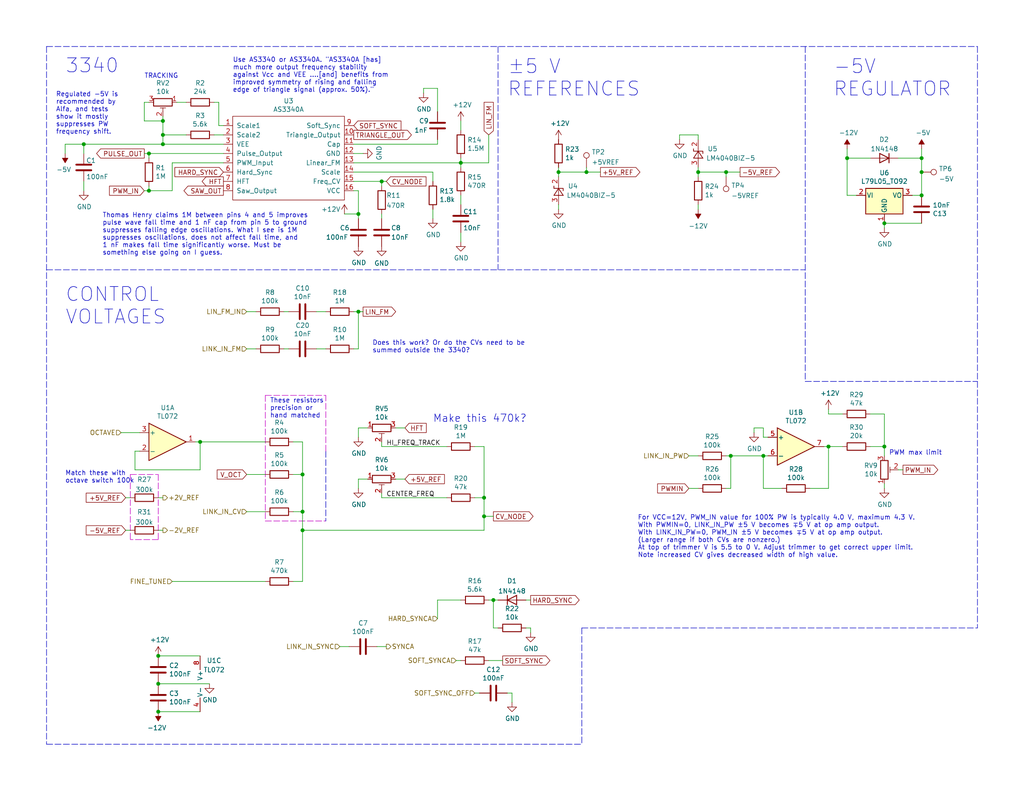
<source format=kicad_sch>
(kicad_sch (version 20211123) (generator eeschema)
  (paper "USLetter")
  (title_block (title "Sidekick VCO") (date "2022-01-30") (company "Rich Holmes / Analog Output") (comment 1 "or neighboring rights to this work. Published from United States.") (comment 2 "To the extent possible under law, Richard Holmes has waived all copyright and related ") (comment 3 "Partly based on designs by Kassutronics, Thomas Henry, and LMNC"))
  (lib_symbols
    (symbol "Regulator_Linear:L79L05_TO92" (pin_names (offset 0.254))
      (property "Reference" "U" (at -3.81 -3.175 0))
      (property "Value" "L79L05_TO92" (at 0 -3.175 0))
      (symbol "L79L05_TO92_0_1"
        (rectangle (start -5.08 5.08) (end 5.08 -1.905) (stroke (width 0.254)) (fill (type background)))
      )
      (symbol "L79L05_TO92_1_1"
        (pin power_in line (at 0 7.62 270) (length 2.54) (name "GND") (number "1"))
        (pin power_in line (at -7.62 0 0) (length 2.54) (name "VI") (number "2"))
        (pin power_out line (at 7.62 0 180) (length 2.54) (name "VO") (number "3"))
      )
    )
    (symbol "ao_symbols:1N4148" (pin_numbers hide) (pin_names (offset 1.016) hide)
      (property "Reference" "D" (at 0 2.54 0))
      (property "Value" "1N4148" (at 0 -2.54 0))
      (symbol "1N4148_0_1"
        (polyline (pts (xy -1.27 1.27) (xy -1.27 -1.27)) (stroke (width 0.254)))
        (polyline (pts (xy 1.27 0) (xy -1.27 0)))
        (polyline (pts (xy 1.27 1.27) (xy 1.27 -1.27) (xy -1.27 0) (xy 1.27 1.27)) (stroke (width 0.254)))
      )
      (symbol "1N4148_1_1"
        (pin passive line (at -3.81 0 0) (length 2.54) (name "K") (number "1"))
        (pin passive line (at 3.81 0 180) (length 2.54) (name "A") (number "2"))
      )
    )
    (symbol "ao_symbols:AS3340" (pin_names (offset 1.016))
      (property "Reference" "U" (at 0 15.24 0))
      (property "Value" "AS3340" (at 0 12.7 0))
      (symbol "AS3340_0_1"
        (rectangle (start -15.24 11.43) (end 15.24 -11.43))
      )
      (symbol "AS3340_1_1"
        (pin passive line (at -17.78 8.89 0) (length 2.54) (name "Scale1") (number "1"))
        (pin output line (at 17.78 6.35 180) (length 2.54) (name "Triangle_Output") (number "10"))
        (pin passive line (at 17.78 3.81 180) (length 2.54) (name "Cap") (number "11"))
        (pin power_in line (at 17.78 1.27 180) (length 2.54) (name "GND") (number "12"))
        (pin input line (at 17.78 -1.27 180) (length 2.54) (name "Linear_FM") (number "13"))
        (pin passive line (at 17.78 -3.81 180) (length 2.54) (name "Scale") (number "14"))
        (pin input line (at 17.78 -6.35 180) (length 2.54) (name "Freq_CV") (number "15"))
        (pin power_in line (at 17.78 -8.89 180) (length 2.54) (name "VCC") (number "16"))
        (pin passive line (at -17.78 6.35 0) (length 2.54) (name "Scale2") (number "2"))
        (pin power_in line (at -17.78 3.81 0) (length 2.54) (name "VEE") (number "3"))
        (pin output line (at -17.78 1.27 0) (length 2.54) (name "Pulse_Output") (number "4"))
        (pin input line (at -17.78 -1.27 0) (length 2.54) (name "PWM_Input") (number "5"))
        (pin input line (at -17.78 -3.81 0) (length 2.54) (name "Hard_Sync") (number "6"))
        (pin input line (at -17.78 -6.35 0) (length 2.54) (name "HFT") (number "7"))
        (pin output line (at -17.78 -8.89 0) (length 2.54) (name "Saw_Output") (number "8"))
        (pin input line (at 17.78 8.89 180) (length 2.54) (name "Soft_Sync") (number "9"))
      )
    )
    (symbol "ao_symbols:C" (pin_numbers hide) (pin_names (offset 0.254))
      (property "Reference" "C" (at 0.635 2.54 0))
      (property "Value" "C" (at 0.635 -2.54 0))
      (symbol "C_0_1"
        (polyline (pts (xy -2.032 -0.762) (xy 2.032 -0.762)) (stroke (width 0.508)))
        (polyline (pts (xy -2.032 0.762) (xy 2.032 0.762)) (stroke (width 0.508)))
      )
      (symbol "C_1_1"
        (pin passive line (at 0 3.81 270) (length 2.794) (name "~") (number "1"))
        (pin passive line (at 0 -3.81 90) (length 2.794) (name "~") (number "2"))
      )
    )
    (symbol "ao_symbols:LM4040LP-5" (pin_names (offset 0.0254) hide)
      (property "Reference" "U" (at 0 2.54 0))
      (property "Value" "LM4040LP-5" (at 0 -3.175 0))
      (symbol "LM4040LP-5_0_1"
        (polyline (pts (xy -1.27 0) (xy 0 0) (xy 1.27 0)))
        (polyline (pts (xy -1.27 -1.27) (xy 0.635 0) (xy -1.27 1.27) (xy -1.27 -1.27)) (stroke (width 0.2032)))
        (polyline (pts (xy 0 -1.27) (xy 0.635 -1.27) (xy 0.635 1.27) (xy 1.27 1.27)) (stroke (width 0.2032)))
      )
      (symbol "LM4040LP-5_1_1"
        (pin passive line (at 3.81 0 180) (length 2.54) (name "K") (number "2"))
        (pin passive line (at -3.81 0 0) (length 2.54) (name "A") (number "3"))
      )
    )
    (symbol "ao_symbols:R" (pin_numbers hide) (pin_names (offset 0))
      (property "Reference" "R" (at 2.032 0 90))
      (property "Value" "R" (at 0 0 90))
      (symbol "R_0_1"
        (rectangle (start -1.016 -2.54) (end 1.016 2.54) (stroke (width 0.254)))
      )
      (symbol "R_1_1"
        (pin passive line (at 0 3.81 270) (length 1.27) (name "~") (number "1"))
        (pin passive line (at 0 -3.81 90) (length 1.27) (name "~") (number "2"))
      )
    )
    (symbol "ao_symbols:R_POT_TRIM_3296W" (pin_names (offset 1.016) hide)
      (property "Reference" "RV" (at -4.445 0 90))
      (property "Value" "R_POT_TRIM_3296W" (at -2.54 0 90))
      (symbol "R_POT_TRIM_3296W_0_1"
        (polyline (pts (xy 1.524 0.762) (xy 1.524 -0.762)))
        (polyline (pts (xy 2.54 0) (xy 1.524 0)))
        (rectangle (start 1.016 2.54) (end -1.016 -2.54) (stroke (width 0.254)))
      )
      (symbol "R_POT_TRIM_3296W_1_1"
        (pin passive line (at 0 3.81 270) (length 1.27) (name "1") (number "1"))
        (pin passive line (at 3.81 0 180) (length 1.27) (name "2") (number "2"))
        (pin passive line (at 0 -3.81 90) (length 1.27) (name "3") (number "3"))
      )
    )
    (symbol "ao_symbols:TL072" (pin_names (offset 0.127))
      (property "Reference" "U" (at 0 5.08 0))
      (property "Value" "TL072" (at 0 -5.08 0))
      (symbol "TL072_1_1"
        (polyline (pts (xy -5.08 5.08) (xy 5.08 0) (xy -5.08 -5.08) (xy -5.08 5.08)) (stroke (width 0.254)) (fill (type background)))
        (pin output line (at 7.62 0 180) (length 2.54) (name "~") (number "1"))
        (pin input line (at -7.62 -2.54 0) (length 2.54) (name "-") (number "2"))
        (pin input line (at -7.62 2.54 0) (length 2.54) (name "+") (number "3"))
      )
      (symbol "TL072_2_1"
        (polyline (pts (xy -5.08 5.08) (xy 5.08 0) (xy -5.08 -5.08) (xy -5.08 5.08)) (stroke (width 0.254)) (fill (type background)))
        (pin input line (at -7.62 2.54 0) (length 2.54) (name "+") (number "5"))
        (pin input line (at -7.62 -2.54 0) (length 2.54) (name "-") (number "6"))
        (pin output line (at 7.62 0 180) (length 2.54) (name "~") (number "7"))
      )
      (symbol "TL072_3_1"
        (pin power_in line (at -2.54 -7.62 90) (length 3.81) (name "V-") (number "4"))
        (pin power_in line (at -2.54 7.62 270) (length 3.81) (name "V+") (number "8"))
      )
    )
    (symbol "ao_symbols:TestPoint" (pin_numbers hide) (pin_names (offset 0.762) hide) (in_bom no)
      (property "Reference" "TP" (at 0 6.858 0))
      (property "Value" "TestPoint" (at 0 5.08 0))
      (symbol "TestPoint_0_1"
        (circle (center 0 3.302) (radius 0.762))
      )
      (symbol "TestPoint_1_1"
        (pin passive line (at 0 0 90) (length 2.54) (name "1") (number "1"))
      )
    )
    (symbol "power:+12V" (power) (pin_names (offset 0))
      (property "Value" "+12V" (at 0 3.556 0))
      (symbol "+12V_0_1"
        (polyline (pts (xy -0.762 1.27) (xy 0 2.54)))
        (polyline (pts (xy 0 0) (xy 0 2.54)))
        (polyline (pts (xy 0 2.54) (xy 0.762 1.27)))
      )
      (symbol "+12V_1_1"
        (pin power_in line (at 0 0 90) (length 0) hide (name "+12V") (number "1"))
      )
    )
    (symbol "power:-12V" (power) (pin_names (offset 0))
      (property "Value" "-12V" (at 0 3.81 0))
      (symbol "-12V_0_0"
        (pin power_in line (at 0 0 90) (length 0) hide (name "-12V") (number "1"))
      )
      (symbol "-12V_0_1"
        (polyline (pts (xy 0 0) (xy 0 1.27) (xy 0.762 1.27) (xy 0 2.54) (xy -0.762 1.27) (xy 0 1.27)) (fill (type outline)))
      )
    )
    (symbol "power:-5V" (power) (pin_names (offset 0))
      (property "Value" "-5V" (at 0 3.81 0))
      (symbol "-5V_0_0"
        (pin power_in line (at 0 0 90) (length 0) hide (name "-5V") (number "1"))
      )
      (symbol "-5V_0_1"
        (polyline (pts (xy 0 0) (xy 0 1.27) (xy 0.762 1.27) (xy 0 2.54) (xy -0.762 1.27) (xy 0 1.27)) (fill (type outline)))
      )
    )
    (symbol "power:GND" (power) (pin_names (offset 0))
      (property "Value" "GND" (at 0 -3.81 0))
      (symbol "GND_0_1"
        (polyline (pts (xy 0 0) (xy 0 -1.27) (xy 1.27 -1.27) (xy 0 -2.54) (xy -1.27 -1.27) (xy 0 -1.27)))
      )
      (symbol "GND_1_1"
        (pin power_in line (at 0 0 270) (length 0) hide (name "GND") (number "1"))
      )
    )
  )
  (junction (at 54.61 120.65))
  (junction (at 231.14 43.18))
  (junction (at 251.46 46.99))
  (junction (at 97.79 85.09))
  (junction (at 134.62 163.83))
  (junction (at 198.12 46.99))
  (junction (at 97.79 58.42))
  (junction (at 152.4 46.99))
  (junction (at 241.3 121.92))
  (junction (at 40.64 52.07))
  (junction (at 251.46 53.34))
  (junction (at 44.45 39.37))
  (junction (at 43.18 194.31))
  (junction (at 132.08 135.89))
  (junction (at 43.18 186.69))
  (junction (at 199.39 124.46))
  (junction (at 22.86 39.37))
  (junction (at 44.45 36.83))
  (junction (at 44.45 33.02))
  (junction (at 104.14 49.53))
  (junction (at 190.5 46.99))
  (junction (at 125.73 44.45))
  (junction (at 82.55 139.7))
  (junction (at 82.55 144.78))
  (junction (at 226.06 121.92))
  (junction (at 40.64 41.91))
  (junction (at 132.08 140.97))
  (junction (at 82.55 129.54))
  (junction (at 208.28 124.46))
  (junction (at 43.18 179.07))
  (junction (at 251.46 43.18))
  (junction (at 160.02 46.99))
  (junction (at 241.3 60.96))
  (wire (pts (xy 60.96 41.91) (xy 40.64 41.91)))
  (polyline (pts (xy 35.56 129.54) (xy 43.18 129.54)) (stroke (width 0) (color 194 0 194 1)))
  (wire (pts (xy 241.3 132.08) (xy 241.3 133.35)))
  (wire (pts (xy 80.01 139.7) (xy 82.55 139.7)))
  (wire (pts (xy 105.41 49.53) (xy 104.14 49.53)))
  (wire (pts (xy 33.02 118.11) (xy 38.1 118.11)))
  (wire (pts (xy 231.14 43.18) (xy 237.49 43.18)))
  (wire (pts (xy 144.78 163.83) (xy 143.51 163.83)))
  (wire (pts (xy 86.36 95.25) (xy 88.9 95.25)))
  (wire (pts (xy 132.08 121.92) (xy 129.54 121.92)))
  (wire (pts (xy 152.4 55.88) (xy 152.4 57.15)))
  (wire (pts (xy 58.42 36.83) (xy 60.96 36.83)))
  (wire (pts (xy 82.55 144.78) (xy 82.55 158.75)))
  (wire (pts (xy 96.52 46.99) (xy 118.11 46.99)))
  (wire (pts (xy 160.02 46.99) (xy 163.83 46.99)))
  (polyline (pts (xy 88.9 123.19) (xy 88.9 107.95)) (stroke (width 0) (color 194 0 194 1)))
  (wire (pts (xy 198.12 46.99) (xy 201.93 46.99)))
  (wire (pts (xy 205.74 116.84) (xy 205.74 118.11)))
  (wire (pts (xy 137.16 180.34) (xy 133.35 180.34)))
  (wire (pts (xy 226.06 113.03) (xy 229.87 113.03)))
  (wire (pts (xy 115.57 24.13) (xy 115.57 25.4)))
  (wire (pts (xy 36.83 128.27) (xy 54.61 128.27)))
  (wire (pts (xy 46.99 158.75) (xy 72.39 158.75)))
  (wire (pts (xy 198.12 133.35) (xy 199.39 133.35)))
  (wire (pts (xy 251.46 40.64) (xy 251.46 43.18)))
  (wire (pts (xy 135.89 171.45) (xy 134.62 171.45)))
  (wire (pts (xy 119.38 30.48) (xy 119.38 24.13)))
  (wire (pts (xy 57.15 186.69) (xy 43.18 186.69)))
  (wire (pts (xy 77.47 85.09) (xy 78.74 85.09)))
  (wire (pts (xy 118.11 59.69) (xy 118.11 57.15)))
  (wire (pts (xy 96.52 95.25) (xy 97.79 95.25)))
  (wire (pts (xy 82.55 120.65) (xy 82.55 129.54)))
  (wire (pts (xy 132.08 140.97) (xy 132.08 135.89)))
  (wire (pts (xy 125.73 63.5) (xy 125.73 66.04)))
  (wire (pts (xy 39.37 33.02) (xy 44.45 33.02)))
  (wire (pts (xy 80.01 129.54) (xy 82.55 129.54)))
  (wire (pts (xy 40.64 27.94) (xy 39.37 27.94)))
  (wire (pts (xy 190.5 36.83) (xy 185.42 36.83)))
  (wire (pts (xy 97.79 116.84) (xy 97.79 119.38)))
  (wire (pts (xy 44.45 36.83) (xy 50.8 36.83)))
  (wire (pts (xy 133.35 36.83) (xy 133.35 44.45)))
  (wire (pts (xy 97.79 52.07) (xy 97.79 58.42)))
  (wire (pts (xy 152.4 46.99) (xy 152.4 45.72)))
  (wire (pts (xy 40.64 50.8) (xy 40.64 52.07)))
  (polyline (pts (xy 43.18 147.32) (xy 35.56 147.32)) (stroke (width 0) (color 194 0 194 1)))
  (wire (pts (xy 245.11 128.27) (xy 246.38 128.27)))
  (wire (pts (xy 40.64 52.07) (xy 46.99 52.07)))
  (wire (pts (xy 54.61 179.07) (xy 43.18 179.07)))
  (wire (pts (xy 187.96 133.35) (xy 190.5 133.35)))
  (wire (pts (xy 39.37 27.94) (xy 39.37 33.02)))
  (polyline (pts (xy 72.39 107.95) (xy 88.9 107.95)) (stroke (width 0) (color 194 0 194 1)))
  (wire (pts (xy 226.06 121.92) (xy 224.79 121.92)))
  (wire (pts (xy 139.7 189.23) (xy 138.43 189.23)))
  (wire (pts (xy 43.18 144.78) (xy 44.45 144.78)))
  (wire (pts (xy 104.14 134.62) (xy 104.14 135.89)))
  (wire (pts (xy 185.42 36.83) (xy 185.42 38.1)))
  (wire (pts (xy 125.73 44.45) (xy 125.73 45.72)))
  (wire (pts (xy 190.5 46.99) (xy 190.5 45.72)))
  (wire (pts (xy 82.55 139.7) (xy 82.55 144.78)))
  (wire (pts (xy 125.73 53.34) (xy 125.73 55.88)))
  (wire (pts (xy 245.11 43.18) (xy 251.46 43.18)))
  (wire (pts (xy 144.78 172.72) (xy 144.78 171.45)))
  (wire (pts (xy 102.87 176.53) (xy 105.41 176.53)))
  (polyline (pts (xy 12.7 12.7) (xy 266.7 12.7)))
  (wire (pts (xy 67.31 129.54) (xy 72.39 129.54)))
  (wire (pts (xy 59.69 34.29) (xy 60.96 34.29)))
  (wire (pts (xy 82.55 144.78) (xy 132.08 144.78)))
  (wire (pts (xy 237.49 113.03) (xy 241.3 113.03)))
  (polyline (pts (xy 135.89 12.7) (xy 135.89 73.66)))
  (wire (pts (xy 152.4 46.99) (xy 152.4 48.26)))
  (wire (pts (xy 110.49 130.81) (xy 107.95 130.81)))
  (wire (pts (xy 67.31 95.25) (xy 69.85 95.25)))
  (polyline (pts (xy 72.39 107.95) (xy 72.39 142.24)) (stroke (width 0) (color 194 0 194 1)))
  (wire (pts (xy 39.37 52.07) (xy 40.64 52.07)))
  (wire (pts (xy 53.34 120.65) (xy 54.61 120.65)))
  (wire (pts (xy 190.5 38.1) (xy 190.5 36.83)))
  (wire (pts (xy 226.06 121.92) (xy 229.87 121.92)))
  (wire (pts (xy 34.29 135.89) (xy 35.56 135.89)))
  (wire (pts (xy 58.42 27.94) (xy 59.69 27.94)))
  (wire (pts (xy 231.14 40.64) (xy 231.14 43.18)))
  (wire (pts (xy 104.14 121.92) (xy 121.92 121.92)))
  (wire (pts (xy 96.52 85.09) (xy 97.79 85.09)))
  (wire (pts (xy 67.31 139.7) (xy 72.39 139.7)))
  (wire (pts (xy 132.08 144.78) (xy 132.08 140.97)))
  (wire (pts (xy 44.45 33.02) (xy 44.45 36.83)))
  (wire (pts (xy 34.29 144.78) (xy 35.56 144.78)))
  (polyline (pts (xy 266.7 12.7) (xy 266.7 171.45)))
  (wire (pts (xy 22.86 39.37) (xy 44.45 39.37)))
  (wire (pts (xy 237.49 121.92) (xy 241.3 121.92)))
  (wire (pts (xy 22.86 52.07) (xy 22.86 49.53)))
  (wire (pts (xy 80.01 120.65) (xy 82.55 120.65)))
  (wire (pts (xy 97.79 130.81) (xy 97.79 133.35)))
  (wire (pts (xy 190.5 46.99) (xy 190.5 48.26)))
  (wire (pts (xy 96.52 52.07) (xy 97.79 52.07)))
  (wire (pts (xy 96.52 44.45) (xy 125.73 44.45)))
  (wire (pts (xy 129.54 189.23) (xy 130.81 189.23)))
  (wire (pts (xy 160.02 45.72) (xy 160.02 46.99)))
  (wire (pts (xy 135.89 163.83) (xy 134.62 163.83)))
  (wire (pts (xy 44.45 39.37) (xy 44.45 36.83)))
  (wire (pts (xy 220.98 133.35) (xy 226.06 133.35)))
  (wire (pts (xy 190.5 46.99) (xy 198.12 46.99)))
  (wire (pts (xy 125.73 180.34) (xy 124.46 180.34)))
  (wire (pts (xy 22.86 39.37) (xy 22.86 41.91)))
  (polyline (pts (xy 72.39 142.24) (xy 88.9 142.24)) (stroke (width 0) (color 194 0 194 1)))
  (wire (pts (xy 125.73 33.02) (xy 125.73 35.56)))
  (wire (pts (xy 152.4 46.99) (xy 160.02 46.99)))
  (polyline (pts (xy 12.7 203.2) (xy 158.75 203.2)))
  (wire (pts (xy 231.14 43.18) (xy 231.14 53.34)))
  (wire (pts (xy 100.33 116.84) (xy 97.79 116.84)))
  (wire (pts (xy 144.78 171.45) (xy 143.51 171.45)))
  (wire (pts (xy 132.08 135.89) (xy 132.08 121.92)))
  (wire (pts (xy 97.79 58.42) (xy 97.79 59.69)))
  (wire (pts (xy 187.96 124.46) (xy 190.5 124.46)))
  (wire (pts (xy 231.14 53.34) (xy 233.68 53.34)))
  (wire (pts (xy 104.14 135.89) (xy 121.92 135.89)))
  (wire (pts (xy 44.45 31.75) (xy 44.45 33.02)))
  (wire (pts (xy 208.28 133.35) (xy 213.36 133.35)))
  (wire (pts (xy 119.38 24.13) (xy 115.57 24.13)))
  (wire (pts (xy 50.8 27.94) (xy 48.26 27.94)))
  (wire (pts (xy 251.46 46.99) (xy 251.46 53.34)))
  (wire (pts (xy 241.3 113.03) (xy 241.3 121.92)))
  (wire (pts (xy 99.06 41.91) (xy 96.52 41.91)))
  (wire (pts (xy 199.39 124.46) (xy 199.39 133.35)))
  (wire (pts (xy 119.38 163.83) (xy 119.38 168.91)))
  (wire (pts (xy 208.28 124.46) (xy 208.28 133.35)))
  (wire (pts (xy 226.06 111.76) (xy 226.06 113.03)))
  (wire (pts (xy 208.28 119.38) (xy 209.55 119.38)))
  (wire (pts (xy 241.3 121.92) (xy 241.3 124.46)))
  (wire (pts (xy 77.47 95.25) (xy 78.74 95.25)))
  (wire (pts (xy 104.14 120.65) (xy 104.14 121.92)))
  (wire (pts (xy 198.12 124.46) (xy 199.39 124.46)))
  (wire (pts (xy 209.55 124.46) (xy 208.28 124.46)))
  (wire (pts (xy 17.78 41.91) (xy 17.78 39.37)))
  (polyline (pts (xy 219.71 104.14) (xy 266.7 104.14)))
  (wire (pts (xy 96.52 39.37) (xy 119.38 39.37)))
  (wire (pts (xy 251.46 53.34) (xy 248.92 53.34)))
  (wire (pts (xy 46.99 44.45) (xy 60.96 44.45)))
  (wire (pts (xy 39.37 41.91) (xy 40.64 41.91)))
  (wire (pts (xy 54.61 128.27) (xy 54.61 120.65)))
  (wire (pts (xy 40.64 41.91) (xy 40.64 43.18)))
  (wire (pts (xy 93.98 58.42) (xy 97.79 58.42)))
  (wire (pts (xy 134.62 163.83) (xy 133.35 163.83)))
  (wire (pts (xy 54.61 194.31) (xy 43.18 194.31)))
  (wire (pts (xy 59.69 27.94) (xy 59.69 34.29)))
  (wire (pts (xy 139.7 191.77) (xy 139.7 189.23)))
  (wire (pts (xy 208.28 116.84) (xy 208.28 119.38)))
  (wire (pts (xy 198.12 48.26) (xy 198.12 46.99)))
  (wire (pts (xy 43.18 135.89) (xy 44.45 135.89)))
  (polyline (pts (xy 43.18 129.54) (xy 43.18 147.32)) (stroke (width 0) (color 194 0 194 1)))
  (wire (pts (xy 132.08 140.97) (xy 134.62 140.97)))
  (wire (pts (xy 251.46 60.96) (xy 241.3 60.96)))
  (wire (pts (xy 82.55 129.54) (xy 82.55 139.7)))
  (wire (pts (xy 134.62 171.45) (xy 134.62 163.83)))
  (wire (pts (xy 208.28 116.84) (xy 205.74 116.84)))
  (wire (pts (xy 125.73 44.45) (xy 133.35 44.45)))
  (wire (pts (xy 104.14 50.8) (xy 104.14 49.53)))
  (polyline (pts (xy 158.75 171.45) (xy 266.7 171.45)))
  (polyline (pts (xy 88.9 123.19) (xy 88.9 142.24)))
  (polyline (pts (xy 12.7 12.7) (xy 12.7 203.2)))
  (wire (pts (xy 226.06 133.35) (xy 226.06 121.92)))
  (wire (pts (xy 22.86 39.37) (xy 17.78 39.37)))
  (wire (pts (xy 86.36 85.09) (xy 88.9 85.09)))
  (wire (pts (xy 110.49 116.84) (xy 107.95 116.84)))
  (wire (pts (xy 97.79 95.25) (xy 97.79 85.09)))
  (wire (pts (xy 118.11 46.99) (xy 118.11 49.53)))
  (wire (pts (xy 129.54 135.89) (xy 132.08 135.89)))
  (wire (pts (xy 69.85 85.09) (xy 67.31 85.09)))
  (wire (pts (xy 104.14 58.42) (xy 104.14 59.69)))
  (wire (pts (xy 46.99 52.07) (xy 46.99 44.45)))
  (polyline (pts (xy 158.75 171.45) (xy 158.75 203.2)))
  (wire (pts (xy 190.5 55.88) (xy 190.5 57.15)))
  (wire (pts (xy 241.3 62.23) (xy 241.3 60.96)))
  (wire (pts (xy 119.38 38.1) (xy 119.38 39.37)))
  (polyline (pts (xy 35.56 129.54) (xy 35.56 147.32)) (stroke (width 0) (color 194 0 194 1)))
  (wire (pts (xy 96.52 49.53) (xy 104.14 49.53)))
  (wire (pts (xy 54.61 120.65) (xy 72.39 120.65)))
  (wire (pts (xy 60.96 39.37) (xy 44.45 39.37)))
  (wire (pts (xy 100.33 130.81) (xy 97.79 130.81)))
  (wire (pts (xy 125.73 163.83) (xy 119.38 163.83)))
  (wire (pts (xy 80.01 158.75) (xy 82.55 158.75)))
  (polyline (pts (xy 12.7 73.66) (xy 219.71 73.66)))
  (wire (pts (xy 36.83 123.19) (xy 36.83 128.27)))
  (wire (pts (xy 38.1 123.19) (xy 36.83 123.19)))
  (wire (pts (xy 92.71 176.53) (xy 95.25 176.53)))
  (wire (pts (xy 97.79 85.09) (xy 99.06 85.09)))
  (wire (pts (xy 208.28 124.46) (xy 199.39 124.46)))
  (polyline (pts (xy 219.71 12.7) (xy 219.71 104.14)))
  (wire (pts (xy 125.73 43.18) (xy 125.73 44.45)))
  (wire (pts (xy 251.46 43.18) (xy 251.46 46.99)))
  (text "Does this work? Or do the CVs need to be\nsummed outside the 3340?" (at 101.6 96.52 0) (effects (font (size 1.27 1.27)) (justify left bottom)))
  (text "3340" (at 17.78 20.32 0) (effects (font (size 3.81 3.81)) (justify left bottom)))
  (text "±5 V\nREFERENCES" (at 138.43 26.67 0) (effects (font (size 3.81 3.81)) (justify left bottom)))
  (text "TRACKING" (at 39.37 21.59 0) (effects (font (size 1.27 1.27)) (justify left bottom)))
  (text "For VCC=12V, PWM_IN value for 100% PW is typically 4.0 V, maximum 4.3 V.\nWith PWMIN=0, LINK_IN_PW ±5 V becomes ∓5 V at op amp output.\nWith LINK_IN_PW=0, PWM_IN ±5 V becomes ∓5 V at op amp output.\n(Larger range if both CVs are nonzero.)\nAt top of trimmer V is 5.5 to 0 V. Adjust trimmer to get correct upper limit.\nNote increased CV gives decreased width of high value.\n" (at 173.99 152.4 0) (effects (font (size 1.27 1.27)) (justify left bottom)))
  (text "Use AS3340 or AS3340A. \"AS3340A [has] \nmuch more output frequency stability \nagainst Vcc and VEE ....[and] benefits from \nimproved symmetry of rising and falling \nedge of triangle signal (approx. 50%).\"" (at 63.5 25.4 0) (effects (font (size 1.27 1.27)) (justify left bottom)))
  (text "-5V\nREGULATOR" (at 227.33 26.67 0) (effects (font (size 3.81 3.81)) (justify left bottom)))
  (text "PWM max limit" (at 242.57 124.46 0) (effects (font (size 1.27 1.27)) (justify left bottom)))
  (text "CONTROL\nVOLTAGES" (at 17.78 88.9 0) (effects (font (size 3.81 3.81)) (justify left bottom)))
  (text "These resistors\nprecision or \nhand matched" (at 73.66 114.3 0) (effects (font (size 1.27 1.27)) (justify left bottom)))
  (text "Thomas Henry claims 1M between pins 4 and 5 improves\npulse wave fall time and 1 nF cap from pin 5 to ground\nsuppresses falling edge oscillations. What I see is 1M\nsuppresses oscillations, does not affect fall time, and\n1 nF makes fall time significantly worse. Must be \nsomething else going on I guess." (at 27.94 69.85 0) (effects (font (size 1.27 1.27)) (justify left bottom)))
  (text "Regulated -5V is\nrecommended by\nAlfa, and tests\nshow it mostly \nsuppresses PW \nfrequency shift." (at 15.24 36.83 0) (effects (font (size 1.27 1.27)) (justify left bottom)))
  (text "Make this 470k?" (at 118.11 115.57 0) (effects (font (size 2.032 2.032)) (justify left bottom)))
  (text "Match these with\noctave switch 100k" (at 17.78 132.08 0) (effects (font (size 1.27 1.27)) (justify left bottom)))
  (label "HI_FREQ_TRACK" (at 105.41 121.92 0))
  (label "CENTER_FREQ" (at 105.41 135.89 0))
  (global_label "LIN_FM" (shape output) (at 99.06 85.09 0) (property "Intersheet References" "${INTERSHEET_REFS}" (effects hide)))
  (global_label "HARD_SYNC" (shape output) (at 144.78 163.83 0) (property "Intersheet References" "${INTERSHEET_REFS}" (effects hide)))
  (global_label "PULSE_OUT" (shape output) (at 39.37 41.91 180) (property "Intersheet References" "${INTERSHEET_REFS}" (effects hide)))
  (global_label "PWM_IN" (shape output) (at 246.38 128.27 0) (property "Intersheet References" "${INTERSHEET_REFS}" (effects hide)))
  (global_label "V_OCT" (shape input) (at 67.31 129.54 180) (property "Intersheet References" "${INTERSHEET_REFS}" (effects hide)))
  (global_label "HFT" (shape output) (at 60.96 49.53 180) (property "Intersheet References" "${INTERSHEET_REFS}" (effects hide)))
  (global_label "CV_NODE" (shape input) (at 105.41 49.53 0) (property "Intersheet References" "${INTERSHEET_REFS}" (effects hide)))
  (global_label "HARD_SYNC" (shape input) (at 60.96 46.99 180) (property "Intersheet References" "${INTERSHEET_REFS}" (effects hide)))
  (global_label "TRIANGLE_OUT" (shape output) (at 96.52 36.83 0) (property "Intersheet References" "${INTERSHEET_REFS}" (effects hide)))
  (global_label "PWM_IN" (shape input) (at 39.37 52.07 180) (property "Intersheet References" "${INTERSHEET_REFS}" (effects hide)))
  (global_label "SOFT_SYNC" (shape input) (at 96.52 34.29 0) (property "Intersheet References" "${INTERSHEET_REFS}" (effects hide)))
  (global_label "+5V_REF" (shape output) (at 163.83 46.99 0) (property "Intersheet References" "${INTERSHEET_REFS}" (effects hide)))
  (global_label "+5V_REF" (shape input) (at 34.29 135.89 180) (property "Intersheet References" "${INTERSHEET_REFS}" (effects hide)))
  (global_label "LIN_FM" (shape input) (at 133.35 36.83 90) (property "Intersheet References" "${INTERSHEET_REFS}" (effects hide)))
  (global_label "+5V_REF" (shape input) (at 110.49 130.81 0) (property "Intersheet References" "${INTERSHEET_REFS}" (effects hide)))
  (global_label "PWMIN" (shape input) (at 187.96 133.35 180) (property "Intersheet References" "${INTERSHEET_REFS}" (effects hide)))
  (global_label "SAW_OUT" (shape output) (at 60.96 52.07 180) (property "Intersheet References" "${INTERSHEET_REFS}" (effects hide)))
  (global_label "CV_NODE" (shape output) (at 134.62 140.97 0) (property "Intersheet References" "${INTERSHEET_REFS}" (effects hide)))
  (global_label "-5V_REF" (shape output) (at 201.93 46.99 0) (property "Intersheet References" "${INTERSHEET_REFS}" (effects hide)))
  (global_label "HFT" (shape input) (at 110.49 116.84 0) (property "Intersheet References" "${INTERSHEET_REFS}" (effects hide)))
  (global_label "SOFT_SYNC" (shape output) (at 137.16 180.34 0) (property "Intersheet References" "${INTERSHEET_REFS}" (effects hide)))
  (global_label "-5V_REF" (shape input) (at 34.29 144.78 180) (property "Intersheet References" "${INTERSHEET_REFS}" (effects hide)))
  (hierarchical_label "FINE_TUNE" (shape input) (at 46.99 158.75 180))
  (hierarchical_label "SOFT_SYNCA" (shape input) (at 124.46 180.34 180))
  (hierarchical_label "-2V_REF" (shape output) (at 44.45 144.78 0))
  (hierarchical_label "SOFT_SYNC_OFF" (shape input) (at 129.54 189.23 180))
  (hierarchical_label "+2V_REF" (shape output) (at 44.45 135.89 0))
  (hierarchical_label "LINK_IN_PW" (shape input) (at 187.96 124.46 180))
  (hierarchical_label "LINK_IN_CV" (shape input) (at 67.31 139.7 180))
  (hierarchical_label "SYNCA" (shape output) (at 105.41 176.53 0))
  (hierarchical_label "OCTAVE" (shape input) (at 33.02 118.11 180))
  (hierarchical_label "LINK_IN_SYNC" (shape input) (at 92.71 176.53 180))
  (hierarchical_label "LIN_FM_IN" (shape input) (at 67.31 85.09 180))
  (hierarchical_label "HARD_SYNCA" (shape input) (at 119.38 168.91 180))
  (hierarchical_label "LINK_IN_FM" (shape input) (at 67.31 95.25 180))
  (symbol (lib_id "ao_symbols:AS3340") (at 78.74 43.18 0) (unit 1)
    (property "Reference" "U3" (at 78.74 27.559 0))
    (property "Value" "AS3340A" (at 78.74 29.8704 0))
    (property "Footprint" "ao_tht:DIP-16_W7.62mm_Socket_LongPads" (effects hide))
    (property "Datasheet" "http://www.ti.com/lit/ds/symlink/tl071.pdf" (effects hide))
  )
  (symbol (lib_id "ao_symbols:C") (at 22.86 45.72 0) (unit 1)
    (property "Reference" "C1" (at 23.495 43.815 0) (effects (justify left)))
    (property "Value" "100nF" (at 23.495 48.26 0) (effects (justify left)))
    (property "Footprint" "ao_tht:C_Disc_D3.0mm_W1.6mm_P2.50mm" (effects hide))
    (property "Vendor" "Tayda" (effects hide))
  )
  (symbol (lib_id "power:GND") (at 22.86 52.07 0) (unit 1)
    (property "Reference" "#PWR09" (effects hide))
    (property "Value" "GND" (at 22.987 56.4642 0))
  )
  (symbol (lib_id "power:GND") (at 97.79 119.38 0) (unit 1)
    (property "Reference" "#PWR024" (effects hide))
    (property "Value" "GND" (at 97.917 123.7742 0))
  )
  (symbol (lib_id "ao_symbols:C") (at 99.06 176.53 270) (unit 1)
    (property "Reference" "C7" (at 99.06 170.1292 90))
    (property "Value" "100nF" (at 99.06 172.4406 90))
    (property "Footprint" "ao_tht:C_Rect_L7.2mm_W2.5mm_P5.00mm_FKS2_FKP2_MKS2_MKP2" (effects hide))
    (property "Vendor" "Tayda" (effects hide))
  )
  (symbol (lib_id "power:-5V") (at 17.78 41.91 180) (unit 1)
    (property "Reference" "#PWR08" (effects hide))
    (property "Value" "-5V" (at 17.399 46.3042 0))
  )
  (symbol (lib_id "ao_symbols:R") (at 118.11 53.34 0) (unit 1)
    (property "Reference" "R13" (at 119.888 52.1716 0) (effects (justify left)))
    (property "Value" "1.8k" (at 119.888 54.483 0) (effects (justify left)))
    (property "Footprint" "ao_tht:R_Axial_DIN0207_L6.3mm_D2.5mm_P10.16mm_Horizontal" (effects hide))
    (property "Vendor" "Tayda" (effects hide))
  )
  (symbol (lib_id "ao_symbols:R") (at 54.61 36.83 270) (unit 1)
    (property "Reference" "R3" (at 54.61 31.5722 90))
    (property "Value" "5.6k" (at 54.61 33.8836 90))
    (property "Footprint" "ao_tht:R_Axial_DIN0207_L6.3mm_D2.5mm_P10.16mm_Horizontal" (effects hide))
    (property "Vendor" "Tayda" (effects hide))
  )
  (symbol (lib_id "ao_symbols:R") (at 54.61 27.94 270) (unit 1)
    (property "Reference" "R2" (at 54.61 22.6822 90))
    (property "Value" "24k" (at 54.61 24.9936 90))
    (property "Footprint" "ao_tht:R_Axial_DIN0207_L6.3mm_D2.5mm_P10.16mm_Horizontal" (effects hide))
    (property "Vendor" "Tayda" (effects hide))
  )
  (symbol (lib_id "ao_symbols:R_POT_TRIM_3296W") (at 44.45 27.94 270) (unit 1)
    (property "Reference" "RV2" (at 44.45 22.6822 90))
    (property "Value" "10k" (at 44.45 24.9936 90))
    (property "Footprint" "Potentiometer_THT:Potentiometer_Bourns_3296P_Horizontal" (effects hide))
    (property "Vendor" "Tayda" (effects hide))
  )
  (symbol (lib_id "ao_symbols:R") (at 40.64 46.99 0) (unit 1)
    (property "Reference" "R1" (at 42.418 45.8216 0) (effects (justify left)))
    (property "Value" "1M" (at 42.418 48.133 0) (effects (justify left)))
    (property "Footprint" "ao_tht:R_Axial_DIN0207_L6.3mm_D2.5mm_P10.16mm_Horizontal" (effects hide))
    (property "Vendor" "Tayda" (effects hide))
  )
  (symbol (lib_id "power:GND") (at 118.11 59.69 0) (unit 1)
    (property "Reference" "#PWR027" (effects hide))
    (property "Value" "GND" (at 118.237 64.0842 0))
  )
  (symbol (lib_id "ao_symbols:R") (at 125.73 39.37 0) (unit 1)
    (property "Reference" "R14" (at 127.508 38.2016 0) (effects (justify left)))
    (property "Value" "1.5M" (at 127.508 40.513 0) (effects (justify left)))
    (property "Footprint" "ao_tht:R_Axial_DIN0207_L6.3mm_D2.5mm_P10.16mm_Horizontal" (effects hide))
    (property "Vendor" "Tayda" (effects hide))
  )
  (symbol (lib_id "ao_symbols:R") (at 125.73 49.53 0) (unit 1)
    (property "Reference" "R15" (at 127.508 48.3616 0) (effects (justify left)))
    (property "Value" "470R" (at 127.508 50.673 0) (effects (justify left)))
    (property "Footprint" "ao_tht:R_Axial_DIN0207_L6.3mm_D2.5mm_P10.16mm_Horizontal" (effects hide))
    (property "Vendor" "Tayda" (effects hide))
  )
  (symbol (lib_id "power:GND") (at 125.73 66.04 0) (unit 1)
    (property "Reference" "#PWR029" (effects hide))
    (property "Value" "GND" (at 125.857 70.4342 0))
  )
  (symbol (lib_id "ao_symbols:C") (at 125.73 59.69 0) (unit 1)
    (property "Reference" "C11" (at 126.365 57.785 0) (effects (justify left)))
    (property "Value" "10nF" (at 126.365 62.23 0) (effects (justify left)))
    (property "Footprint" "ao_tht:C_Rect_L7.2mm_W2.5mm_P5.00mm_FKS2_FKP2_MKS2_MKP2" (effects hide))
    (property "Vendor" "Tayda" (effects hide))
  )
  (symbol (lib_id "power:GND") (at 99.06 41.91 90) (unit 1)
    (property "Reference" "#PWR022" (effects hide))
    (property "Value" "GND" (at 103.4542 41.783 0))
  )
  (symbol (lib_id "ao_symbols:C") (at 119.38 34.29 0) (unit 1)
    (property "Reference" "C9" (at 114.3 33.02 0) (effects (justify left)))
    (property "Value" "1nF" (at 113.03 35.56 0) (effects (justify left)))
    (property "Footprint" "Capacitor_THT:C_Rect_L7.2mm_W4.5mm_P5.00mm_FKS2_FKP2_MKS2_MKP2" (effects hide))
    (property "Vendor" "Tayda" (effects hide))
  )
  (symbol (lib_id "power:GND") (at 115.57 25.4 0) (unit 1)
    (property "Reference" "#PWR026" (effects hide))
    (property "Value" "GND" (at 115.697 29.7942 0))
  )
  (symbol (lib_id "ao_symbols:R_POT_TRIM_3296W") (at 104.14 116.84 90) (mirror x) (unit 1)
    (property "Reference" "RV5" (at 104.14 111.5822 90))
    (property "Value" "10k" (at 104.14 113.8936 90))
    (property "Footprint" "Potentiometer_THT:Potentiometer_Bourns_3296P_Horizontal" (effects hide))
    (property "Vendor" "Tayda" (effects hide))
  )
  (symbol (lib_id "ao_symbols:R_POT_TRIM_3296W") (at 104.14 130.81 90) (mirror x) (unit 1)
    (property "Reference" "RV6" (at 104.14 125.5522 90))
    (property "Value" "10k" (at 104.14 127.8636 90))
    (property "Footprint" "Potentiometer_THT:Potentiometer_Bourns_3296P_Horizontal" (effects hide))
    (property "Vendor" "Tayda" (effects hide))
  )
  (symbol (lib_id "ao_symbols:R") (at 125.73 121.92 270) (unit 1)
    (property "Reference" "R19" (at 125.73 116.6622 90))
    (property "Value" "1M" (at 125.73 118.9736 90))
    (property "Footprint" "ao_tht:R_Axial_DIN0207_L6.3mm_D2.5mm_P10.16mm_Horizontal" (effects hide))
    (property "Vendor" "Tayda" (effects hide))
  )
  (symbol (lib_id "ao_symbols:R") (at 125.73 135.89 270) (unit 1)
    (property "Reference" "R20" (at 125.73 130.6322 90))
    (property "Value" "47k" (at 125.73 132.9436 90))
    (property "Footprint" "ao_tht:R_Axial_DIN0207_L6.3mm_D2.5mm_P10.16mm_Horizontal" (effects hide))
    (property "Vendor" "Tayda" (effects hide))
  )
  (symbol (lib_id "ao_symbols:R") (at 76.2 120.65 270) (unit 1)
    (property "Reference" "R4" (at 76.2 115.3922 90))
    (property "Value" "100k" (at 76.2 117.7036 90))
    (property "Footprint" "ao_tht:R_Axial_DIN0207_L6.3mm_D2.5mm_P10.16mm_Horizontal" (effects hide))
    (property "Vendor" "Tayda" (effects hide))
  )
  (symbol (lib_id "power:GND") (at 97.79 133.35 0) (unit 1)
    (property "Reference" "#PWR025" (effects hide))
    (property "Value" "GND" (at 97.917 137.7442 0))
  )
  (symbol (lib_id "ao_symbols:R") (at 76.2 158.75 270) (unit 1)
    (property "Reference" "R7" (at 76.2 153.4922 90))
    (property "Value" "470k" (at 76.2 155.8036 90))
    (property "Footprint" "ao_tht:R_Axial_DIN0207_L6.3mm_D2.5mm_P10.16mm_Horizontal" (effects hide))
    (property "Vendor" "Tayda" (effects hide))
  )
  (symbol (lib_id "ao_symbols:R") (at 194.31 124.46 270) (unit 1)
    (property "Reference" "R25" (at 194.31 119.2022 90))
    (property "Value" "100k" (at 194.31 121.5136 90))
    (property "Footprint" "ao_tht:R_Axial_DIN0207_L6.3mm_D2.5mm_P10.16mm_Horizontal" (effects hide))
    (property "Vendor" "Tayda" (effects hide))
  )
  (symbol (lib_id "ao_symbols:TL072") (at 45.72 120.65 0) (unit 1)
    (property "Reference" "U1" (at 45.72 111.3282 0))
    (property "Value" "TL072" (at 45.72 113.6396 0))
    (property "Footprint" "ao_tht:DIP-8_W7.62mm_Socket_LongPads" (effects hide))
    (property "Vendor" "Tayda" (effects hide))
    (property "SKU" "A-037" (effects hide))
  )
  (symbol (lib_id "ao_symbols:TL072") (at 57.15 186.69 0) (unit 3)
    (property "Reference" "U1" (at 58.42 180.34 0))
    (property "Value" "TL072" (at 58.42 182.88 0))
    (property "Footprint" "ao_tht:DIP-8_W7.62mm_Socket_LongPads" (effects hide))
    (property "Vendor" "Tayda" (effects hide))
    (property "SKU" "A-037" (effects hide))
  )
  (symbol (lib_id "ao_symbols:R") (at 194.31 133.35 270) (unit 1)
    (property "Reference" "R26" (at 194.31 128.0922 90))
    (property "Value" "100k" (at 194.31 130.4036 90))
    (property "Footprint" "ao_tht:R_Axial_DIN0207_L6.3mm_D2.5mm_P10.16mm_Horizontal" (effects hide))
    (property "Vendor" "Tayda" (effects hide))
  )
  (symbol (lib_id "ao_symbols:C") (at 43.18 182.88 0) (unit 1)
    (property "Reference" "C2" (at 46.101 181.7116 0) (effects (justify left)))
    (property "Value" "100nF" (at 46.101 184.023 0) (effects (justify left)))
    (property "Footprint" "ao_tht:C_Disc_D3.0mm_W1.6mm_P2.50mm" (effects hide))
    (property "Vendor" "Tayda" (effects hide))
  )
  (symbol (lib_id "ao_symbols:C") (at 43.18 190.5 0) (unit 1)
    (property "Reference" "C3" (at 46.101 189.3316 0) (effects (justify left)))
    (property "Value" "100nF" (at 46.101 191.643 0) (effects (justify left)))
    (property "Footprint" "ao_tht:C_Disc_D3.0mm_W1.6mm_P2.50mm" (effects hide))
    (property "Vendor" "Tayda" (effects hide))
  )
  (symbol (lib_id "power:GND") (at 57.15 186.69 0) (unit 1)
    (property "Reference" "#PWR013" (effects hide))
    (property "Value" "GND" (at 57.277 191.0842 0))
  )
  (symbol (lib_id "ao_symbols:R_POT_TRIM_3296W") (at 241.3 128.27 0) (mirror x) (unit 1)
    (property "Reference" "RV9" (at 239.522 127.1016 0) (effects (justify right)))
    (property "Value" "10k" (at 239.522 129.413 0) (effects (justify right)))
    (property "Footprint" "Potentiometer_THT:Potentiometer_Bourns_3296P_Horizontal" (effects hide))
    (property "Vendor" "Tayda" (effects hide))
  )
  (symbol (lib_id "ao_symbols:R") (at 217.17 133.35 270) (unit 1)
    (property "Reference" "R28" (at 217.17 128.0922 90))
    (property "Value" "100k" (at 217.17 130.4036 90))
    (property "Footprint" "ao_tht:R_Axial_DIN0207_L6.3mm_D2.5mm_P10.16mm_Horizontal" (effects hide))
    (property "Vendor" "Tayda" (effects hide))
  )
  (symbol (lib_id "power:GND") (at 241.3 133.35 0) (unit 1)
    (property "Reference" "#PWR047" (effects hide))
    (property "Value" "GND" (at 241.427 137.7442 0))
  )
  (symbol (lib_id "ao_symbols:R") (at 233.68 121.92 270) (unit 1)
    (property "Reference" "R30" (at 233.68 116.6622 90))
    (property "Value" "20k" (at 233.68 118.9736 90))
    (property "Footprint" "ao_tht:R_Axial_DIN0207_L6.3mm_D2.5mm_P10.16mm_Horizontal" (effects hide))
    (property "Vendor" "Tayda" (effects hide))
  )
  (symbol (lib_id "ao_symbols:R") (at 233.68 113.03 270) (unit 1)
    (property "Reference" "R29" (at 233.68 107.7722 90))
    (property "Value" "47k" (at 233.68 110.0836 90))
    (property "Footprint" "ao_tht:R_Axial_DIN0207_L6.3mm_D2.5mm_P10.16mm_Horizontal" (effects hide))
    (property "Vendor" "Tayda" (effects hide))
  )
  (symbol (lib_id "ao_symbols:R") (at 76.2 129.54 270) (unit 1)
    (property "Reference" "R5" (at 76.2 124.2822 90))
    (property "Value" "100k" (at 76.2 126.5936 90))
    (property "Footprint" "ao_tht:R_Axial_DIN0207_L6.3mm_D2.5mm_P10.16mm_Horizontal" (effects hide))
    (property "Vendor" "Tayda" (effects hide))
  )
  (symbol (lib_id "ao_symbols:R") (at 76.2 139.7 270) (unit 1)
    (property "Reference" "R6" (at 76.2 134.4422 90))
    (property "Value" "100k" (at 76.2 136.7536 90))
    (property "Footprint" "ao_tht:R_Axial_DIN0207_L6.3mm_D2.5mm_P10.16mm_Horizontal" (effects hide))
    (property "Vendor" "Tayda" (effects hide))
  )
  (symbol (lib_id "ao_symbols:R") (at 152.4 41.91 0) (unit 1)
    (property "Reference" "R23" (at 154.178 40.7416 0) (effects (justify left)))
    (property "Value" "1k" (at 154.178 43.053 0) (effects (justify left)))
    (property "Footprint" "ao_tht:R_Axial_DIN0207_L6.3mm_D2.5mm_P10.16mm_Horizontal" (effects hide))
    (property "Vendor" "Tayda" (effects hide))
  )
  (symbol (lib_id "Regulator_Linear:L79L05_TO92") (at 241.3 53.34 0) (mirror x) (unit 1)
    (property "Reference" "U6" (at 241.3 47.1932 0))
    (property "Value" "L79L05_TO92" (at 241.3 49.5046 0))
    (property "Footprint" "ao_tht:TO-92_Inline_Wide" (effects hide))
    (property "Datasheet" "http://www.farnell.com/datasheets/1827870.pdf" (effects hide))
  )
  (symbol (lib_id "power:GND") (at 241.3 62.23 0) (unit 1)
    (property "Reference" "#PWR046" (effects hide))
    (property "Value" "GND" (at 241.427 66.6242 0))
  )
  (symbol (lib_id "power:-5V") (at 251.46 40.64 0) (unit 1)
    (property "Reference" "#PWR048" (effects hide))
    (property "Value" "-5V" (at 251.841 36.2458 0))
  )
  (symbol (lib_id "ao_symbols:1N4148") (at 241.3 43.18 0) (mirror y) (unit 1)
    (property "Reference" "D2" (at 242.57 38.1 0) (effects (justify left)))
    (property "Value" "1N4148" (at 245.11 40.64 0) (effects (justify left)))
    (property "Footprint" "ao_tht:D_DO-35_SOD27_P7.62mm_Horizontal" (effects hide))
    (property "Datasheet" "https://assets.nexperia.com/documents/data-sheet/1N4148_1N4448.pdf" (effects hide))
    (property "SKU" "A-157" (effects hide))
    (property "Vendor" "Tayda" (effects hide))
  )
  (symbol (lib_id "ao_symbols:C") (at 251.46 57.15 0) (mirror x) (unit 1)
    (property "Reference" "C13" (at 254.4572 58.3184 0) (effects (justify left)))
    (property "Value" "10nF" (at 254.4572 56.007 0) (effects (justify left)))
    (property "Footprint" "ao_tht:C_Rect_L7.2mm_W2.5mm_P5.00mm_FKS2_FKP2_MKS2_MKP2" (effects hide))
    (property "Vendor" "Tayda" (effects hide))
  )
  (symbol (lib_id "power:-12V") (at 231.14 40.64 0) (unit 1)
    (property "Reference" "#PWR045" (effects hide))
    (property "Value" "-12V" (at 231.521 36.2458 0))
  )
  (symbol (lib_id "ao_symbols:C") (at 82.55 85.09 270) (unit 1)
    (property "Reference" "C10" (at 82.55 78.6892 90))
    (property "Value" "10nF" (at 82.55 81.0006 90))
    (property "Footprint" "ao_tht:C_Rect_L7.2mm_W2.5mm_P5.00mm_FKS2_FKP2_MKS2_MKP2" (effects hide))
    (property "Vendor" "Tayda" (effects hide))
  )
  (symbol (lib_id "power:-12V") (at 43.18 194.31 180) (unit 1)
    (property "Reference" "#PWR011" (effects hide))
    (property "Value" "-12V" (at 42.799 198.7042 0))
  )
  (symbol (lib_id "power:+12V") (at 125.73 33.02 0) (unit 1)
    (property "Reference" "#PWR028" (effects hide))
    (property "Value" "+12V" (at 126.111 28.6258 0))
  )
  (symbol (lib_id "power:+12V") (at 43.18 179.07 0) (unit 1)
    (property "Reference" "#PWR010" (effects hide))
    (property "Value" "+12V" (at 43.561 174.6758 0))
  )
  (symbol (lib_id "power:+12V") (at 226.06 111.76 0) (unit 1)
    (property "Reference" "#PWR044" (effects hide))
    (property "Value" "+12V" (at 226.441 107.3658 0))
  )
  (symbol (lib_id "power:+12V") (at 152.4 38.1 0) (unit 1)
    (property "Reference" "#PWR032" (effects hide))
    (property "Value" "+12V" (at 152.781 33.7058 0))
  )
  (symbol (lib_id "power:GND") (at 152.4 57.15 0) (unit 1)
    (property "Reference" "#PWR033" (effects hide))
    (property "Value" "GND" (at 152.527 61.5442 0))
  )
  (symbol (lib_id "power:GND") (at 205.74 118.11 0) (unit 1)
    (property "Reference" "#PWR042" (effects hide))
    (property "Value" "GND" (at 205.867 122.5042 0))
  )
  (symbol (lib_id "ao_symbols:R") (at 92.71 85.09 270) (unit 1)
    (property "Reference" "R18" (at 92.71 79.8322 90))
    (property "Value" "1M" (at 92.71 82.1436 90))
    (property "Footprint" "ao_tht:R_Axial_DIN0207_L6.3mm_D2.5mm_P10.16mm_Horizontal" (effects hide))
    (property "Vendor" "Tayda" (effects hide))
  )
  (symbol (lib_id "ao_symbols:1N4148") (at 139.7 163.83 0) (unit 1)
    (property "Reference" "D1" (at 139.7 158.5935 0))
    (property "Value" "1N4148" (at 139.7 161.3686 0))
    (property "Footprint" "ao_tht:D_DO-35_SOD27_P7.62mm_Horizontal" (effects hide))
    (property "Vendor" "Tayda" (effects hide))
    (property "SKU" "A-157" (effects hide))
  )
  (symbol (lib_id "ao_symbols:C") (at 97.79 63.5 0) (unit 1)
    (property "Reference" "C6" (at 92.71 62.23 0) (effects (justify left)))
    (property "Value" "100nF" (at 88.9 64.77 0) (effects (justify left)))
    (property "Footprint" "ao_tht:C_Disc_D3.0mm_W1.6mm_P2.50mm" (effects hide))
    (property "Vendor" "Tayda" (effects hide))
  )
  (symbol (lib_id "ao_symbols:R") (at 190.5 52.07 0) (unit 1)
    (property "Reference" "R24" (at 192.278 50.9016 0) (effects (justify left)))
    (property "Value" "1k" (at 192.278 53.213 0) (effects (justify left)))
    (property "Footprint" "ao_tht:R_Axial_DIN0207_L6.3mm_D2.5mm_P10.16mm_Horizontal" (effects hide))
    (property "Vendor" "Tayda" (effects hide))
  )
  (symbol (lib_id "ao_symbols:R") (at 139.7 171.45 270) (unit 1)
    (property "Reference" "R22" (at 139.7 166.1922 90))
    (property "Value" "10k" (at 139.7 168.5036 90))
    (property "Footprint" "ao_tht:R_Axial_DIN0207_L6.3mm_D2.5mm_P10.16mm_Horizontal" (effects hide))
    (property "Vendor" "Tayda" (effects hide))
  )
  (symbol (lib_id "power:GND") (at 104.14 67.31 0) (unit 1)
    (property "Reference" "#PWR023" (effects hide))
    (property "Value" "GND" (at 104.14 71.8725 0))
  )
  (symbol (lib_id "ao_symbols:R") (at 39.37 144.78 90) (unit 1)
    (property "Reference" "R31" (at 39.37 139.7975 90))
    (property "Value" "300k" (at 39.37 142.5726 90))
    (property "Footprint" "ao_tht:R_Axial_DIN0207_L6.3mm_D2.5mm_P10.16mm_Horizontal" (effects hide))
    (property "Vendor" "Tayda" (effects hide))
  )
  (symbol (lib_id "ao_symbols:R") (at 129.54 163.83 270) (unit 1)
    (property "Reference" "R16" (at 129.54 158.5722 90))
    (property "Value" "5.6k" (at 129.54 160.8836 90))
    (property "Footprint" "ao_tht:R_Axial_DIN0207_L6.3mm_D2.5mm_P10.16mm_Horizontal" (effects hide))
    (property "Vendor" "Tayda" (effects hide))
  )
  (symbol (lib_id "power:-12V") (at 190.5 57.15 180) (unit 1)
    (property "Reference" "#PWR040" (effects hide))
    (property "Value" "-12V" (at 190.5 61.7125 0))
  )
  (symbol (lib_id "ao_symbols:C") (at 82.55 95.25 270) (unit 1)
    (property "Reference" "C20" (at 82.55 88.8492 90))
    (property "Value" "10nF" (at 82.55 91.1606 90))
    (property "Footprint" "ao_tht:C_Rect_L7.2mm_W2.5mm_P5.00mm_FKS2_FKP2_MKS2_MKP2" (effects hide))
    (property "Vendor" "Tayda" (effects hide))
  )
  (symbol (lib_id "ao_symbols:R") (at 39.37 135.89 90) (unit 1)
    (property "Reference" "R27" (at 39.37 130.9075 90))
    (property "Value" "300k" (at 39.37 133.6826 90))
    (property "Footprint" "ao_tht:R_Axial_DIN0207_L6.3mm_D2.5mm_P10.16mm_Horizontal" (effects hide))
    (property "Vendor" "Tayda" (effects hide))
  )
  (symbol (lib_id "power:GND") (at 97.79 67.31 0) (unit 1)
    (property "Reference" "#PWR021" (effects hide))
    (property "Value" "GND" (at 97.917 71.7042 0))
  )
  (symbol (lib_id "ao_symbols:R") (at 92.71 95.25 270) (unit 1)
    (property "Reference" "R10" (at 92.71 89.9922 90))
    (property "Value" "1M" (at 92.71 92.3036 90))
    (property "Footprint" "ao_tht:R_Axial_DIN0207_L6.3mm_D2.5mm_P10.16mm_Horizontal" (effects hide))
    (property "Vendor" "Tayda" (effects hide))
  )
  (symbol (lib_id "ao_symbols:R") (at 129.54 180.34 270) (unit 1)
    (property "Reference" "R17" (at 129.54 175.0822 90))
    (property "Value" "47k" (at 129.54 177.3936 90))
    (property "Footprint" "ao_tht:R_Axial_DIN0207_L6.3mm_D2.5mm_P10.16mm_Horizontal" (effects hide))
    (property "Vendor" "Tayda" (effects hide))
  )
  (symbol (lib_id "power:GND") (at 144.78 172.72 0) (unit 1)
    (property "Reference" "#PWR031" (effects hide))
    (property "Value" "GND" (at 144.907 177.1142 0))
  )
  (symbol (lib_id "ao_symbols:R") (at 104.14 54.61 0) (unit 1)
    (property "Reference" "R11" (at 105.41 53.34 0) (effects (justify left)))
    (property "Value" "470R" (at 105.41 56.1151 0) (effects (justify left)))
    (property "Footprint" "ao_tht:R_Axial_DIN0207_L6.3mm_D2.5mm_P10.16mm_Horizontal" (effects hide))
    (property "Vendor" "Tayda" (effects hide))
  )
  (symbol (lib_id "ao_symbols:C") (at 104.14 63.5 0) (unit 1)
    (property "Reference" "C8" (at 106.68 62.23 0) (effects (justify left)))
    (property "Value" "10nF" (at 106.68 64.77 0) (effects (justify left)))
    (property "Footprint" "ao_tht:C_Rect_L7.2mm_W2.5mm_P5.00mm_FKS2_FKP2_MKS2_MKP2" (effects hide))
    (property "Vendor" "Tayda" (effects hide))
  )
  (symbol (lib_id "ao_symbols:TestPoint") (at 160.02 45.72 0) (unit 1) (in_bom no)
    (property "Reference" "TP2" (at 161.417 41.5095 0) (effects (justify left)))
    (property "Value" "+5VREF" (at 161.417 44.2846 0) (effects (justify left)))
    (property "Footprint" "ao_tht:TestPoint_THTPad_D1.5mm_Drill0.7mm" (effects hide))
    (property "Config" "DNF" (effects hide))
  )
  (symbol (lib_id "ao_symbols:TestPoint") (at 251.46 46.99 270) (unit 1) (in_bom no)
    (property "Reference" "TP6" (at 256.159 46.0815 90) (effects (justify left)))
    (property "Value" "-5V" (at 256.159 48.8566 90) (effects (justify left)))
    (property "Footprint" "ao_tht:TestPoint_THTPad_D1.5mm_Drill0.7mm" (effects hide))
    (property "Config" "DNF" (effects hide))
  )
  (symbol (lib_id "ao_symbols:TL072") (at 217.17 121.92 0) (unit 2)
    (property "Reference" "U1" (at 217.17 112.5982 0))
    (property "Value" "TL072" (at 217.17 114.9096 0))
    (property "Footprint" "ao_tht:DIP-8_W7.62mm_Socket_LongPads" (effects hide))
    (property "Vendor" "Tayda" (effects hide))
    (property "SKU" "A-037" (effects hide))
  )
  (symbol (lib_id "ao_symbols:LM4040LP-5") (at 152.4 52.07 90) (unit 1)
    (property "Reference" "U4" (at 154.94 50.8 90) (effects (justify right)))
    (property "Value" "LM4040BIZ-5" (at 161.29 53.34 90))
    (property "Footprint" "ao_tht:TO-92_Inline_Wide" (effects hide))
    (property "Datasheet" "http://www.ti.com/lit/ds/symlink/lm4040-n.pdf" (effects hide))
  )
  (symbol (lib_id "ao_symbols:LM4040LP-5") (at 190.5 41.91 90) (unit 1)
    (property "Reference" "U5" (at 193.04 40.64 90) (effects (justify right)))
    (property "Value" "LM4040BIZ-5" (at 199.39 43.18 90))
    (property "Footprint" "ao_tht:TO-92_Inline_Wide" (effects hide))
    (property "Datasheet" "http://www.ti.com/lit/ds/symlink/lm4040-n.pdf" (effects hide))
  )
  (symbol (lib_id "power:GND") (at 185.42 38.1 0) (unit 1)
    (property "Reference" "#PWR039" (effects hide))
    (property "Value" "GND" (at 185.547 42.4942 0))
  )
  (symbol (lib_id "ao_symbols:C") (at 134.62 189.23 270) (unit 1)
    (property "Reference" "C12" (at 134.62 182.8292 90))
    (property "Value" "100nF" (at 134.62 185.1406 90))
    (property "Footprint" "ao_tht:C_Rect_L7.2mm_W2.5mm_P5.00mm_FKS2_FKP2_MKS2_MKP2" (effects hide))
    (property "Vendor" "Tayda" (effects hide))
  )
  (symbol (lib_id "ao_symbols:R") (at 73.66 85.09 270) (unit 1)
    (property "Reference" "R8" (at 73.66 79.8322 90))
    (property "Value" "100k" (at 73.66 82.1436 90))
    (property "Footprint" "ao_tht:R_Axial_DIN0207_L6.3mm_D2.5mm_P10.16mm_Horizontal" (effects hide))
    (property "Vendor" "Tayda" (effects hide))
  )
  (symbol (lib_id "ao_symbols:R") (at 73.66 95.25 270) (unit 1)
    (property "Reference" "R9" (at 73.66 89.9922 90))
    (property "Value" "100k" (at 73.66 92.3036 90))
    (property "Footprint" "ao_tht:R_Axial_DIN0207_L6.3mm_D2.5mm_P10.16mm_Horizontal" (effects hide))
    (property "Vendor" "Tayda" (effects hide))
  )
  (symbol (lib_id "power:GND") (at 139.7 191.77 0) (unit 1)
    (property "Reference" "#PWR030" (effects hide))
    (property "Value" "GND" (at 139.827 196.1642 0))
  )
  (symbol (lib_id "ao_symbols:TestPoint") (at 198.12 48.26 180) (unit 1) (in_bom no)
    (property "Reference" "TP4" (at 199.517 50.6535 0) (effects (justify right)))
    (property "Value" "-5VREF" (at 199.517 53.4286 0) (effects (justify right)))
    (property "Footprint" "ao_tht:TestPoint_THTPad_D1.5mm_Drill0.7mm" (effects hide))
    (property "Config" "DNF" (effects hide))
  )
  (symbol (lib_id "power:+12V") (at 93.98 58.42 0) (unit 1)
    (property "Reference" "#PWR020" (effects hide))
    (property "Value" "+12V" (at 87.63 57.15 0) (effects (justify left)))
  )
)
</source>
